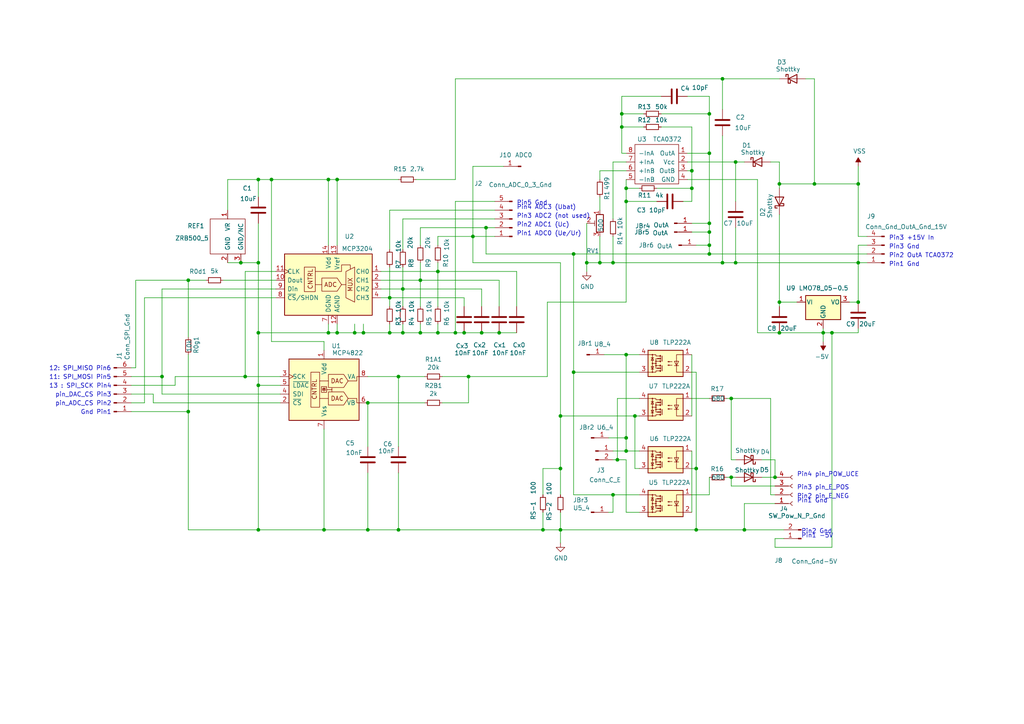
<source format=kicad_sch>
(kicad_sch (version 20231120) (generator "eeschema") (generator_version "8.0")
  (paper "A4")
  (lib_symbols
    (symbol "Analog_ADC:MCP3204" (pin_names (offset 0.762))
      (property "Reference" "U" (at -5.08 10.795 0))
      (property "Value" "MCP3204" (at -5.08 8.89 0))
      (symbol "MCP3204_0_0"
        (text "ADC" (at -0.635 -1.27 0) (effects (font (size 1.27 1.27))))
        (text "CNTRL" (at 5.969 -2.667 900) (effects (font (size 1.27 1.27)) (justify left bottom)))
        (text "MUX" (at -6.35 -1.27 900) (effects (font (size 1.27 1.27))))
      )
      (symbol "MCP3204_1_1"
        (pin input line (at -15.24 2.54 0) (length 2.54) (name "CH0") (number "1"))
        (pin output line (at 15.24 0 180) (length 2.54) (name "Dout") (number "10"))
        (pin input clock (at 15.24 2.54 180) (length 2.54) (name "CLK") (number "11"))
        (pin power_in line (at -2.54 -12.7 90) (length 2.54) (name "AGND") (number "12"))
        (pin power_in line (at -2.54 10.16 270) (length 2.54) (name "Vref") (number "13"))
        (pin power_in line (at 0 10.16 270) (length 2.54) (name "Vdd") (number "14"))
        (pin input line (at -15.24 0 0) (length 2.54) (name "CH1") (number "2"))
        (pin input line (at -15.24 -2.54 0) (length 2.54) (name "CH2") (number "3"))
        (pin input line (at -15.24 -5.08 0) (length 2.54) (name "CH3") (number "4"))
        (pin no_connect line (at -10.16 -12.7 90) (length 2.54) hide (name "NC") (number "5"))
        (pin no_connect line (at -7.62 -12.7 90) (length 2.54) hide (name "NC") (number "6"))
        (pin power_in line (at 0 -12.7 90) (length 2.54) (name "DGND") (number "7"))
        (pin input line (at 15.24 -5.08 180) (length 2.54) (name "~{CS}/SHDN") (number "8"))
        (pin input line (at 15.24 -2.54 180) (length 2.54) (name "Din") (number "9"))
      )
    )
    (symbol "Analog_DAC:MCP4822" (pin_names (offset 1.016))
      (property "Reference" "U" (at -2.54 10.795 0))
      (property "Value" "MCP4822" (at -2.54 8.89 0))
      (symbol "MCP4822_0_0"
        (text "CNTRL" (at -2.032 -4.191 900) (effects (font (size 1.27 1.27)) (justify left bottom)))
        (text "DAC" (at 3.81 -3.81 0) (effects (font (size 1.27 1.27))))
        (text "DAC" (at 3.81 1.27 0) (effects (font (size 1.27 1.27))))
      )
      (symbol "MCP4822_1_1"
        (pin power_in line (at 0 10.16 270) (length 2.54) (name "Vdd") (number "1"))
        (pin input line (at -12.7 -5.08 0) (length 2.54) (name "~{CS}") (number "2"))
        (pin input clock (at -12.7 2.54 0) (length 2.54) (name "SCK") (number "3"))
        (pin input line (at -12.7 -2.54 0) (length 2.54) (name "SDI") (number "4"))
        (pin input line (at -12.7 0 0) (length 2.54) (name "~{LDAC}") (number "5"))
        (pin output line (at 12.7 -5.08 180) (length 2.54) (name "VB") (number "6"))
        (pin power_in line (at 0 -12.7 90) (length 2.54) (name "Vss") (number "7"))
        (pin output line (at 12.7 2.54 180) (length 2.54) (name "VA") (number "8"))
      )
    )
    (symbol "Connector:Conn_01x01_Male" (pin_names (offset 1.016) hide)
      (property "Reference" "J" (at 0 2.54 0))
      (property "Value" "Conn_01x01_Male" (at 0 -2.54 0))
      (symbol "Conn_01x01_Male_1_1"
        (pin passive line (at 5.08 0 180) (length 3.81) (name "Pin_1") (number "1"))
      )
    )
    (symbol "Connector:Conn_01x02_Male" (pin_names (offset 1.016) hide)
      (property "Reference" "J" (at 0 2.54 0))
      (property "Value" "Conn_01x02_Male" (at 0 -5.08 0))
      (symbol "Conn_01x02_Male_1_1"
        (pin passive line (at 5.08 0 180) (length 3.81) (name "Pin_1") (number "1"))
        (pin passive line (at 5.08 -2.54 180) (length 3.81) (name "Pin_2") (number "2"))
      )
    )
    (symbol "Connector:Conn_01x04_Female" (pin_names (offset 1.016) hide)
      (property "Reference" "J" (at 0 5.08 0))
      (property "Value" "Conn_01x04_Female" (at 0 -7.62 0))
      (symbol "Conn_01x04_Female_1_1"
        (pin passive line (at -5.08 2.54 0) (length 3.81) (name "Pin_1") (number "1"))
        (pin passive line (at -5.08 0 0) (length 3.81) (name "Pin_2") (number "2"))
        (pin passive line (at -5.08 -2.54 0) (length 3.81) (name "Pin_3") (number "3"))
        (pin passive line (at -5.08 -5.08 0) (length 3.81) (name "Pin_4") (number "4"))
      )
    )
    (symbol "Connector:Conn_01x04_Male" (pin_names (offset 1.016) hide)
      (property "Reference" "J" (at 0 5.08 0))
      (property "Value" "Conn_01x04_Male" (at 0 -7.62 0))
      (symbol "Conn_01x04_Male_1_1"
        (pin passive line (at 5.08 2.54 180) (length 3.81) (name "Pin_1") (number "1"))
        (pin passive line (at 5.08 0 180) (length 3.81) (name "Pin_2") (number "2"))
        (pin passive line (at 5.08 -2.54 180) (length 3.81) (name "Pin_3") (number "3"))
        (pin passive line (at 5.08 -5.08 180) (length 3.81) (name "Pin_4") (number "4"))
      )
    )
    (symbol "Connector:Conn_01x05_Male" (pin_names (offset 1.016) hide)
      (property "Reference" "J" (at 0 7.62 0))
      (property "Value" "Conn_01x05_Male" (at 0 -7.62 0))
      (symbol "Conn_01x05_Male_1_1"
        (pin passive line (at 5.08 5.08 180) (length 3.81) (name "Pin_1") (number "1"))
        (pin passive line (at 5.08 2.54 180) (length 3.81) (name "Pin_2") (number "2"))
        (pin passive line (at 5.08 0 180) (length 3.81) (name "Pin_3") (number "3"))
        (pin passive line (at 5.08 -2.54 180) (length 3.81) (name "Pin_4") (number "4"))
        (pin passive line (at 5.08 -5.08 180) (length 3.81) (name "Pin_5") (number "5"))
      )
    )
    (symbol "Connector:Conn_01x06_Male" (pin_names (offset 1.016) hide)
      (property "Reference" "J" (at 0 7.62 0))
      (property "Value" "Conn_01x06_Male" (at 0 -10.16 0))
      (symbol "Conn_01x06_Male_1_1"
        (pin passive line (at 5.08 5.08 180) (length 3.81) (name "Pin_1") (number "1"))
        (pin passive line (at 5.08 2.54 180) (length 3.81) (name "Pin_2") (number "2"))
        (pin passive line (at 5.08 0 180) (length 3.81) (name "Pin_3") (number "3"))
        (pin passive line (at 5.08 -2.54 180) (length 3.81) (name "Pin_4") (number "4"))
        (pin passive line (at 5.08 -5.08 180) (length 3.81) (name "Pin_5") (number "5"))
        (pin passive line (at 5.08 -7.62 180) (length 3.81) (name "Pin_6") (number "6"))
      )
    )
    (symbol "Device:C" (pin_numbers hide) (pin_names (offset 0.254))
      (property "Reference" "C" (at 0.635 2.54 0))
      (property "Value" "C" (at 0.635 -2.54 0))
      (symbol "C_1_1"
        (pin passive line (at 0 3.81 270) (length 2.794) (name "~") (number "1"))
        (pin passive line (at 0 -3.81 90) (length 2.794) (name "~") (number "2"))
      )
    )
    (symbol "Device:D_Schottky" (pin_numbers hide) (pin_names (offset 1.016) hide)
      (property "Reference" "D" (at 0 2.54 0))
      (property "Value" "D_Schottky" (at 0 -2.54 0))
      (symbol "D_Schottky_1_1"
        (pin passive line (at -3.81 0 0) (length 2.54) (name "K") (number "1"))
        (pin passive line (at 3.81 0 180) (length 2.54) (name "A") (number "2"))
      )
    )
    (symbol "Device:R_Small" (pin_numbers hide) (pin_names (offset 0.254) hide)
      (property "Reference" "R" (at 0.762 0.508 0))
      (property "Value" "R_Small" (at 0.762 -1.016 0))
      (symbol "R_Small_1_1"
        (pin passive line (at 0 2.54 270) (length 0.762) (name "~") (number "1"))
        (pin passive line (at 0 -2.54 90) (length 0.762) (name "~") (number "2"))
      )
    )
    (symbol "PolSwitch_4-rescue:R_POT_TRIM-Device" (pin_names (offset 1.016) hide)
      (property "Reference" "RV" (at -4.445 0 90))
      (property "Value" "R_POT_TRIM-Device" (at -2.54 0 90))
      (symbol "R_POT_TRIM-Device_1_1"
        (pin passive line (at 0 3.81 270) (length 1.27) (name "1") (number "1"))
        (pin passive line (at 3.81 0 180) (length 1.27) (name "2") (number "2"))
        (pin passive line (at 0 -3.81 90) (length 1.27) (name "3") (number "3"))
      )
    )
    (symbol "PolSwitch_4-rescue:TCA0372-kalle" (pin_names (offset 1.016))
      (property "Reference" "U" (at -1.27 3.81 0))
      (property "Value" "TCA0372-kalle" (at -1.27 1.27 0))
      (symbol "TCA0372-kalle_1_1"
        (pin output line (at 7.62 -2.54 180) (length 2.54) (name "OutA") (number "1"))
        (pin input line (at 7.62 -5.08 180) (length 2.54) (name "Vcc") (number "2"))
        (pin output line (at 7.62 -7.62 180) (length 2.54) (name "OutB") (number "3"))
        (pin output line (at 7.62 -10.16 180) (length 2.54) (name "GND") (number "4"))
        (pin input line (at -10.16 -10.16 0) (length 2.54) (name "-InB") (number "5"))
        (pin input line (at -10.16 -7.62 0) (length 2.54) (name "+InB") (number "6"))
        (pin input line (at -10.16 -5.08 0) (length 2.54) (name "+InA") (number "7"))
        (pin input line (at -10.16 -2.54 0) (length 2.54) (name "-InA") (number "8"))
      )
    )
    (symbol "PolSwitch_4-rescue:ZRB500_5-kalle" (pin_names (offset 1.016))
      (property "Reference" "U" (at 0 1.27 0))
      (property "Value" "ZRB500_5-kalle" (at 1.27 -1.27 0))
      (symbol "ZRB500_5-kalle_1_1"
        (pin input line (at 7.62 -2.54 270) (length 2.54) (name "VR") (number "1"))
        (pin output line (at 7.62 -17.78 90) (length 2.54) (name "GND") (number "2"))
        (pin output line (at 11.43 -17.78 90) (length 2.54) (name "GND/NC") (number "3"))
      )
    )
    (symbol "Regulator_Linear:LM78M05_TO220" (pin_names (offset 0.254))
      (property "Reference" "U" (at -3.81 3.175 0))
      (property "Value" "LM78M05_TO220" (at 0 3.175 0))
      (symbol "LM78M05_TO220_1_1"
        (pin power_in line (at -7.62 0 0) (length 2.54) (name "VI") (number "1"))
        (pin power_in line (at 0 -7.62 90) (length 2.54) (name "GND") (number "2"))
        (pin power_out line (at 7.62 0 180) (length 2.54) (name "VO") (number "3"))
      )
    )
    (symbol "Relay_SolidState:TLP222A"
      (property "Reference" "U" (at -5.08 5.08 0))
      (property "Value" "TLP222A" (at 0 5.08 0))
      (symbol "TLP222A_1_1"
        (pin passive line (at -7.62 2.54 0) (length 2.54) (name "~") (number "1"))
        (pin passive line (at -7.62 -2.54 0) (length 2.54) (name "~") (number "2"))
        (pin passive line (at 7.62 -2.54 180) (length 2.54) (name "~") (number "3"))
        (pin passive line (at 7.62 2.54 180) (length 2.54) (name "~") (number "4"))
      )
    )
    (symbol "power:-5V" (power) (pin_names (offset 0))
      (property "Value" "-5V" (at 0 3.81 0))
      (symbol "-5V_0_0"
        (pin power_in line (at 0 0 90) (length 0) hide (name "-5V") (number "1"))
      )
    )
    (symbol "power:GND" (power) (pin_names (offset 0))
      (property "Value" "GND" (at 0 -3.81 0))
      (symbol "GND_1_1"
        (pin power_in line (at 0 0 270) (length 0) hide (name "GND") (number "1"))
      )
    )
    (symbol "power:VSS" (power) (pin_names (offset 0))
      (property "Value" "VSS" (at 0 3.81 0))
      (symbol "VSS_1_1"
        (pin power_in line (at 0 0 90) (length 0) hide (name "VSS") (number "1"))
      )
    )
  )
  (junction (at 226.06 87.63))
  (junction (at 95.25 96.52))
  (junction (at 241.3 96.52))
  (junction (at 69.85 76.2))
  (junction (at 74.93 111.76))
  (junction (at 236.22 53.34))
  (junction (at 97.79 52.07))
  (junction (at 201.93 135.89))
  (junction (at 134.62 96.52))
  (junction (at 226.06 53.34))
  (junction (at 166.37 107.95))
  (junction (at 140.97 66.04))
  (junction (at 97.79 96.52))
  (junction (at 212.09 138.43))
  (junction (at 181.61 127))
  (junction (at 135.89 109.22))
  (junction (at 209.55 76.2))
  (junction (at 205.74 64.77))
  (junction (at 162.56 135.89))
  (junction (at 205.74 33.02))
  (junction (at 177.8 76.2))
  (junction (at 54.61 119.38))
  (junction (at 144.78 96.52))
  (junction (at 54.61 81.28))
  (junction (at 127 96.52))
  (junction (at 102.87 96.52))
  (junction (at 209.55 22.86))
  (junction (at 180.34 36.83))
  (junction (at 181.61 58.42))
  (junction (at 74.93 76.2))
  (junction (at 74.93 52.07))
  (junction (at 106.68 153.67))
  (junction (at 212.09 115.57))
  (junction (at 113.03 86.36))
  (junction (at 113.03 96.52))
  (junction (at 248.92 53.34))
  (junction (at 116.84 96.52))
  (junction (at 180.34 33.02))
  (junction (at 177.8 143.51))
  (junction (at 157.48 153.67))
  (junction (at 71.12 109.22))
  (junction (at 200.66 49.53))
  (junction (at 93.98 153.67))
  (junction (at 115.57 109.22))
  (junction (at 162.56 120.65))
  (junction (at 248.92 87.63))
  (junction (at 181.61 102.87))
  (junction (at 179.07 133.35))
  (junction (at 173.99 76.2))
  (junction (at 205.74 44.45))
  (junction (at 74.93 96.52))
  (junction (at 121.92 81.28))
  (junction (at 162.56 153.67))
  (junction (at 213.36 46.99))
  (junction (at 215.9 153.67))
  (junction (at 205.74 71.12))
  (junction (at 95.25 52.07))
  (junction (at 205.74 73.66))
  (junction (at 224.79 138.43))
  (junction (at 132.08 96.52))
  (junction (at 201.93 153.67))
  (junction (at 46.99 109.22))
  (junction (at 116.84 83.82))
  (junction (at 184.15 120.65))
  (junction (at 181.61 130.81))
  (junction (at 170.18 76.2))
  (junction (at 226.06 96.52))
  (junction (at 105.41 96.52))
  (junction (at 121.92 96.52))
  (junction (at 248.92 76.2))
  (junction (at 115.57 153.67))
  (junction (at 213.36 76.2))
  (junction (at 200.66 54.61))
  (junction (at 74.93 153.67))
  (junction (at 127 78.74))
  (junction (at 78.74 52.07))
  (junction (at 106.68 116.84))
  (junction (at 181.61 54.61))
  (junction (at 205.74 67.31))
  (junction (at 137.16 68.58))
  (junction (at 139.7 96.52))
  (junction (at 166.37 73.66))
  (junction (at 238.76 96.52))
  (wire (pts (xy 180.34 44.45) (xy 181.61 44.45)))
  (wire (pts (xy 143.51 60.96) (xy 113.03 60.96)))
  (wire (pts (xy 78.74 52.07) (xy 78.74 99.06)))
  (wire (pts (xy 121.92 66.04) (xy 121.92 71.12)))
  (wire (pts (xy 179.07 115.57) (xy 185.42 115.57)))
  (wire (pts (xy 46.99 114.3) (xy 81.28 114.3)))
  (wire (pts (xy 209.55 22.86) (xy 226.06 22.86)))
  (wire (pts (xy 248.92 71.12) (xy 251.46 71.12)))
  (wire (pts (xy 179.07 133.35) (xy 181.61 133.35)))
  (wire (pts (xy 181.61 49.53) (xy 173.99 49.53)))
  (wire (pts (xy 200.66 67.31) (xy 205.74 67.31)))
  (wire (pts (xy 162.56 76.2) (xy 162.56 120.65)))
  (wire (pts (xy 248.92 53.34) (xy 248.92 68.58)))
  (wire (pts (xy 226.06 54.61) (xy 226.06 53.34)))
  (wire (pts (xy 190.5 58.42) (xy 181.61 58.42)))
  (wire (pts (xy 180.34 36.83) (xy 186.69 36.83)))
  (wire (pts (xy 115.57 153.67) (xy 106.68 153.67)))
  (wire (pts (xy 166.37 107.95) (xy 185.42 107.95)))
  (wire (pts (xy 38.1 116.84) (xy 41.91 116.84)))
  (wire (pts (xy 64.77 81.28) (xy 80.01 81.28)))
  (wire (pts (xy 220.98 133.35) (xy 224.79 133.35)))
  (wire (pts (xy 66.04 76.2) (xy 69.85 76.2)))
  (wire (pts (xy 224.79 146.05) (xy 215.9 146.05)))
  (wire (pts (xy 157.48 135.89) (xy 162.56 135.89)))
  (wire (pts (xy 173.99 68.58) (xy 173.99 76.2)))
  (wire (pts (xy 236.22 22.86) (xy 236.22 53.34)))
  (wire (pts (xy 46.99 83.82) (xy 80.01 83.82)))
  (wire (pts (xy 199.39 46.99) (xy 213.36 46.99)))
  (wire (pts (xy 180.34 36.83) (xy 180.34 44.45)))
  (wire (pts (xy 39.37 81.28) (xy 54.61 81.28)))
  (wire (pts (xy 39.37 106.68) (xy 39.37 81.28)))
  (wire (pts (xy 212.09 115.57) (xy 223.52 115.57)))
  (wire (pts (xy 121.92 66.04) (xy 140.97 66.04)))
  (wire (pts (xy 224.79 156.21) (xy 224.79 158.75)))
  (wire (pts (xy 201.93 153.67) (xy 215.9 153.67)))
  (wire (pts (xy 201.93 71.12) (xy 205.74 71.12)))
  (wire (pts (xy 181.61 130.81) (xy 185.42 130.81)))
  (wire (pts (xy 106.68 116.84) (xy 123.19 116.84)))
  (wire (pts (xy 116.84 83.82) (xy 116.84 77.47)))
  (wire (pts (xy 143.51 58.42) (xy 132.08 58.42)))
  (wire (pts (xy 177.8 68.58) (xy 177.8 76.2)))
  (wire (pts (xy 127 96.52) (xy 132.08 96.52)))
  (wire (pts (xy 179.07 115.57) (xy 179.07 133.35)))
  (wire (pts (xy 238.76 96.52) (xy 226.06 96.52)))
  (wire (pts (xy 223.52 143.51) (xy 224.79 143.51)))
  (wire (pts (xy 137.16 48.26) (xy 137.16 68.58)))
  (wire (pts (xy 113.03 86.36) (xy 113.03 88.9)))
  (wire (pts (xy 226.06 62.23) (xy 226.06 87.63)))
  (wire (pts (xy 144.78 96.52) (xy 149.86 96.52)))
  (wire (pts (xy 198.12 58.42) (xy 200.66 58.42)))
  (wire (pts (xy 212.09 115.57) (xy 212.09 133.35)))
  (wire (pts (xy 54.61 102.87) (xy 54.61 119.38)))
  (wire (pts (xy 199.39 44.45) (xy 205.74 44.45)))
  (wire (pts (xy 190.5 54.61) (xy 200.66 54.61)))
  (wire (pts (xy 106.68 109.22) (xy 115.57 109.22)))
  (wire (pts (xy 115.57 137.16) (xy 115.57 153.67)))
  (wire (pts (xy 38.1 109.22) (xy 46.99 109.22)))
  (wire (pts (xy 110.49 78.74) (xy 127 78.74)))
  (wire (pts (xy 71.12 109.22) (xy 81.28 109.22)))
  (wire (pts (xy 212.09 138.43) (xy 213.36 138.43)))
  (wire (pts (xy 121.92 93.98) (xy 121.92 96.52)))
  (wire (pts (xy 200.66 54.61) (xy 200.66 58.42)))
  (wire (pts (xy 121.92 81.28) (xy 121.92 88.9)))
  (wire (pts (xy 176.53 148.59) (xy 177.8 148.59)))
  (wire (pts (xy 205.74 71.12) (xy 205.74 73.66)))
  (wire (pts (xy 199.39 27.94) (xy 205.74 27.94)))
  (wire (pts (xy 127 68.58) (xy 137.16 68.58)))
  (wire (pts (xy 74.93 111.76) (xy 74.93 153.67)))
  (wire (pts (xy 180.34 33.02) (xy 180.34 36.83)))
  (wire (pts (xy 181.61 102.87) (xy 181.61 127)))
  (wire (pts (xy 185.42 54.61) (xy 181.61 54.61)))
  (wire (pts (xy 205.74 73.66) (xy 251.46 73.66)))
  (wire (pts (xy 162.56 153.67) (xy 201.93 153.67)))
  (wire (pts (xy 177.8 46.99) (xy 181.61 46.99)))
  (wire (pts (xy 149.86 78.74) (xy 149.86 88.9)))
  (wire (pts (xy 180.34 27.94) (xy 191.77 27.94)))
  (wire (pts (xy 113.03 86.36) (xy 113.03 77.47)))
  (wire (pts (xy 209.55 39.37) (xy 209.55 76.2)))
  (wire (pts (xy 209.55 76.2) (xy 213.36 76.2)))
  (wire (pts (xy 166.37 107.95) (xy 166.37 143.51)))
  (wire (pts (xy 144.78 81.28) (xy 144.78 88.9)))
  (wire (pts (xy 200.66 135.89) (xy 201.93 135.89)))
  (wire (pts (xy 38.1 114.3) (xy 44.45 114.3)))
  (wire (pts (xy 74.93 57.15) (xy 74.93 52.07)))
  (wire (pts (xy 248.92 96.52) (xy 248.92 95.25)))
  (wire (pts (xy 140.97 66.04) (xy 143.51 66.04)))
  (wire (pts (xy 106.68 153.67) (xy 93.98 153.67)))
  (wire (pts (xy 200.66 107.95) (xy 201.93 107.95)))
  (wire (pts (xy 184.15 135.89) (xy 185.42 135.89)))
  (wire (pts (xy 106.68 137.16) (xy 106.68 153.67)))
  (wire (pts (xy 135.89 109.22) (xy 158.75 109.22)))
  (wire (pts (xy 116.84 63.5) (xy 116.84 72.39)))
  (wire (pts (xy 181.61 102.87) (xy 185.42 102.87)))
  (wire (pts (xy 134.62 86.36) (xy 134.62 88.9)))
  (wire (pts (xy 226.06 46.99) (xy 226.06 53.34)))
  (wire (pts (xy 74.93 111.76) (xy 81.28 111.76)))
  (wire (pts (xy 227.33 156.21) (xy 224.79 156.21)))
  (wire (pts (xy 116.84 96.52) (xy 121.92 96.52)))
  (wire (pts (xy 127 78.74) (xy 127 88.9)))
  (wire (pts (xy 200.66 49.53) (xy 199.39 49.53)))
  (wire (pts (xy 170.18 76.2) (xy 170.18 64.77)))
  (wire (pts (xy 93.98 124.46) (xy 93.98 153.67)))
  (wire (pts (xy 128.27 116.84) (xy 135.89 116.84)))
  (wire (pts (xy 50.8 111.76) (xy 50.8 109.22)))
  (wire (pts (xy 181.61 130.81) (xy 177.8 130.81)))
  (wire (pts (xy 200.66 102.87) (xy 200.66 120.65)))
  (wire (pts (xy 121.92 81.28) (xy 144.78 81.28)))
  (wire (pts (xy 38.1 119.38) (xy 54.61 119.38)))
  (wire (pts (xy 213.36 76.2) (xy 248.92 76.2)))
  (wire (pts (xy 74.93 52.07) (xy 78.74 52.07)))
  (wire (pts (xy 158.75 87.63) (xy 181.61 87.63)))
  (wire (pts (xy 120.65 52.07) (xy 132.08 52.07)))
  (wire (pts (xy 162.56 153.67) (xy 162.56 157.48)))
  (wire (pts (xy 137.16 76.2) (xy 162.56 76.2)))
  (wire (pts (xy 241.3 96.52) (xy 241.3 158.75)))
  (wire (pts (xy 173.99 76.2) (xy 177.8 76.2)))
  (wire (pts (xy 116.84 93.98) (xy 116.84 96.52)))
  (wire (pts (xy 200.66 115.57) (xy 205.74 115.57)))
  (wire (pts (xy 213.36 46.99) (xy 213.36 58.42)))
  (wire (pts (xy 200.66 130.81) (xy 200.66 148.59)))
  (wire (pts (xy 181.61 133.35) (xy 181.61 148.59)))
  (wire (pts (xy 181.61 54.61) (xy 181.61 58.42)))
  (wire (pts (xy 74.93 76.2) (xy 74.93 96.52)))
  (wire (pts (xy 223.52 115.57) (xy 223.52 143.51)))
  (wire (pts (xy 177.8 46.99) (xy 177.8 63.5)))
  (wire (pts (xy 140.97 73.66) (xy 166.37 73.66)))
  (wire (pts (xy 248.92 76.2) (xy 248.92 87.63)))
  (wire (pts (xy 176.53 127) (xy 181.61 127)))
  (wire (pts (xy 223.52 46.99) (xy 226.06 46.99)))
  (wire (pts (xy 66.04 52.07) (xy 74.93 52.07)))
  (wire (pts (xy 97.79 93.98) (xy 97.79 96.52)))
  (wire (pts (xy 248.92 76.2) (xy 248.92 71.12)))
  (wire (pts (xy 113.03 60.96) (xy 113.03 72.39)))
  (wire (pts (xy 97.79 96.52) (xy 102.87 96.52)))
  (wire (pts (xy 41.91 86.36) (xy 80.01 86.36)))
  (wire (pts (xy 212.09 140.97) (xy 224.79 140.97)))
  (wire (pts (xy 236.22 53.34) (xy 248.92 53.34)))
  (wire (pts (xy 238.76 99.06) (xy 238.76 96.52)))
  (wire (pts (xy 38.1 111.76) (xy 50.8 111.76)))
  (wire (pts (xy 219.71 96.52) (xy 226.06 96.52)))
  (wire (pts (xy 184.15 120.65) (xy 185.42 120.65)))
  (wire (pts (xy 199.39 52.07) (xy 219.71 52.07)))
  (wire (pts (xy 184.15 120.65) (xy 184.15 135.89)))
  (wire (pts (xy 181.61 52.07) (xy 181.61 54.61)))
  (wire (pts (xy 132.08 58.42) (xy 132.08 96.52)))
  (wire (pts (xy 113.03 86.36) (xy 134.62 86.36)))
  (wire (pts (xy 205.74 33.02) (xy 205.74 44.45)))
  (wire (pts (xy 226.06 87.63) (xy 231.14 87.63)))
  (wire (pts (xy 215.9 153.67) (xy 227.33 153.67)))
  (wire (pts (xy 74.93 76.2) (xy 74.93 64.77)))
  (wire (pts (xy 213.36 46.99) (xy 215.9 46.99)))
  (wire (pts (xy 110.49 81.28) (xy 121.92 81.28)))
  (wire (pts (xy 210.82 138.43) (xy 212.09 138.43)))
  (wire (pts (xy 115.57 109.22) (xy 123.19 109.22)))
  (wire (pts (xy 105.41 93.98) (xy 105.41 96.52)))
  (wire (pts (xy 46.99 109.22) (xy 46.99 114.3)))
  (wire (pts (xy 175.26 102.87) (xy 181.61 102.87)))
  (wire (pts (xy 248.92 53.34) (xy 248.92 48.26)))
  (wire (pts (xy 213.36 133.35) (xy 212.09 133.35)))
  (wire (pts (xy 139.7 88.9) (xy 139.7 83.82)))
  (wire (pts (xy 180.34 27.94) (xy 180.34 33.02)))
  (wire (pts (xy 41.91 86.36) (xy 41.91 116.84)))
  (wire (pts (xy 128.27 109.22) (xy 135.89 109.22)))
  (wire (pts (xy 127 71.12) (xy 127 68.58)))
  (wire (pts (xy 116.84 83.82) (xy 139.7 83.82)))
  (wire (pts (xy 137.16 68.58) (xy 137.16 76.2)))
  (wire (pts (xy 137.16 68.58) (xy 143.51 68.58)))
  (wire (pts (xy 137.16 48.26) (xy 146.05 48.26)))
  (wire (pts (xy 238.76 96.52) (xy 241.3 96.52)))
  (wire (pts (xy 115.57 52.07) (xy 97.79 52.07)))
  (wire (pts (xy 205.74 27.94) (xy 205.74 33.02)))
  (wire (pts (xy 162.56 120.65) (xy 184.15 120.65)))
  (wire (pts (xy 200.66 49.53) (xy 200.66 36.83)))
  (wire (pts (xy 74.93 96.52) (xy 74.93 111.76)))
  (wire (pts (xy 166.37 143.51) (xy 177.8 143.51)))
  (wire (pts (xy 121.92 96.52) (xy 127 96.52)))
  (wire (pts (xy 201.93 135.89) (xy 201.93 153.67)))
  (wire (pts (xy 213.36 66.04) (xy 213.36 76.2)))
  (wire (pts (xy 162.56 148.59) (xy 162.56 153.67)))
  (wire (pts (xy 44.45 114.3) (xy 44.45 116.84)))
  (wire (pts (xy 127 96.52) (xy 127 93.98)))
  (wire (pts (xy 121.92 81.28) (xy 121.92 76.2)))
  (wire (pts (xy 248.92 68.58) (xy 251.46 68.58)))
  (wire (pts (xy 166.37 73.66) (xy 166.37 107.95)))
  (wire (pts (xy 93.98 99.06) (xy 93.98 101.6)))
  (wire (pts (xy 140.97 66.04) (xy 140.97 73.66)))
  (wire (pts (xy 38.1 106.68) (xy 39.37 106.68)))
  (wire (pts (xy 110.49 86.36) (xy 113.03 86.36)))
  (wire (pts (xy 200.66 143.51) (xy 205.74 143.51)))
  (wire (pts (xy 209.55 31.75) (xy 209.55 22.86)))
  (wire (pts (xy 113.03 96.52) (xy 113.03 93.98)))
  (wire (pts (xy 177.8 76.2) (xy 209.55 76.2)))
  (wire (pts (xy 71.12 78.74) (xy 71.12 109.22)))
  (wire (pts (xy 54.61 81.28) (xy 59.69 81.28)))
  (wire (pts (xy 54.61 81.28) (xy 54.61 97.79)))
  (wire (pts (xy 181.61 127) (xy 181.61 130.81)))
  (wire (pts (xy 166.37 73.66) (xy 205.74 73.66)))
  (wire (pts (xy 191.77 33.02) (xy 205.74 33.02)))
  (wire (pts (xy 139.7 96.52) (xy 144.78 96.52)))
  (wire (pts (xy 219.71 52.07) (xy 219.71 96.52)))
  (wire (pts (xy 205.74 44.45) (xy 205.74 64.77)))
  (wire (pts (xy 102.87 93.98) (xy 102.87 96.52)))
  (wire (pts (xy 134.62 96.52) (xy 139.7 96.52)))
  (wire (pts (xy 215.9 146.05) (xy 215.9 153.67)))
  (wire (pts (xy 54.61 119.38) (xy 54.61 153.67)))
  (wire (pts (xy 177.8 143.51) (xy 185.42 143.51)))
  (wire (pts (xy 95.25 52.07) (xy 97.79 52.07)))
  (wire (pts (xy 224.79 133.35) (xy 224.79 138.43)))
  (wire (pts (xy 46.99 83.82) (xy 46.99 109.22)))
  (wire (pts (xy 173.99 57.15) (xy 173.99 60.96)))
  (wire (pts (xy 205.74 143.51) (xy 205.74 138.43)))
  (wire (pts (xy 106.68 129.54) (xy 106.68 116.84)))
  (wire (pts (xy 50.8 109.22) (xy 71.12 109.22)))
  (wire (pts (xy 226.06 87.63) (xy 226.06 88.9)))
  (wire (pts (xy 212.09 138.43) (xy 212.09 140.97)))
  (wire (pts (xy 186.69 33.02) (xy 180.34 33.02)))
  (wire (pts (xy 162.56 135.89) (xy 162.56 143.51)))
  (wire (pts (xy 157.48 148.59) (xy 157.48 153.67)))
  (wire (pts (xy 102.87 96.52) (xy 105.41 96.52)))
  (wire (pts (xy 170.18 76.2) (xy 170.18 78.74)))
  (wire (pts (xy 66.04 52.07) (xy 66.04 60.96)))
  (wire (pts (xy 115.57 109.22) (xy 115.57 129.54)))
  (wire (pts (xy 173.99 49.53) (xy 173.99 52.07)))
  (wire (pts (xy 157.48 153.67) (xy 162.56 153.67)))
  (wire (pts (xy 177.8 133.35) (xy 179.07 133.35)))
  (wire (pts (xy 132.08 22.86) (xy 132.08 52.07)))
  (wire (pts (xy 246.38 87.63) (xy 248.92 87.63)))
  (wire (pts (xy 110.49 83.82) (xy 116.84 83.82)))
  (wire (pts (xy 113.03 96.52) (xy 116.84 96.52)))
  (wire (pts (xy 105.41 96.52) (xy 113.03 96.52)))
  (wire (pts (xy 210.82 115.57) (xy 212.09 115.57)))
  (wire (pts (xy 241.3 158.75) (xy 224.79 158.75)))
  (wire (pts (xy 200.66 64.77) (xy 205.74 64.77)))
  (wire (pts (xy 157.48 143.51) (xy 157.48 135.89)))
  (wire (pts (xy 95.25 96.52) (xy 97.79 96.52)))
  (wire (pts (xy 78.74 52.07) (xy 95.25 52.07)))
  (wire (pts (xy 44.45 116.84) (xy 81.28 116.84)))
  (wire (pts (xy 74.93 153.67) (xy 54.61 153.67)))
  (wire (pts (xy 241.3 96.52) (xy 248.92 96.52)))
  (wire (pts (xy 74.93 96.52) (xy 95.25 96.52)))
  (wire (pts (xy 127 78.74) (xy 127 76.2)))
  (wire (pts (xy 116.84 63.5) (xy 143.51 63.5)))
  (wire (pts (xy 115.57 153.67) (xy 157.48 153.67)))
  (wire (pts (xy 162.56 120.65) (xy 162.56 135.89)))
  (wire (pts (xy 233.68 22.86) (xy 236.22 22.86)))
  (wire (pts (xy 220.98 138.43) (xy 224.79 138.43)))
  (wire (pts (xy 248.92 76.2) (xy 251.46 76.2)))
  (wire (pts (xy 78.74 99.06) (xy 93.98 99.06)))
  (wire (pts (xy 170.18 76.2) (xy 173.99 76.2)))
  (wire (pts (xy 71.12 78.74) (xy 80.01 78.74)))
  (wire (pts (xy 95.25 93.98) (xy 95.25 96.52)))
  (wire (pts (xy 205.74 64.77) (xy 205.74 67.31)))
  (wire (pts (xy 177.8 148.59) (xy 177.8 143.51)))
  (wire (pts (xy 226.06 53.34) (xy 236.22 53.34)))
  (wire (pts (xy 181.61 58.42) (xy 181.61 87.63)))
  (wire (pts (xy 95.25 71.12) (xy 95.25 52.07)))
  (wire (pts (xy 238.76 95.25) (xy 238.76 96.52)))
  (wire (pts (xy 116.84 83.82) (xy 116.84 88.9)))
  (wire (pts (xy 201.93 107.95) (xy 201.93 135.89)))
  (wire (pts (xy 93.98 153.67) (xy 74.93 153.67)))
  (wire (pts (xy 181.61 148.59) (xy 185.42 148.59)))
  (wire (pts (xy 69.85 76.2) (xy 74.93 76.2)))
  (wire (pts (xy 200.66 36.83) (xy 191.77 36.83)))
  (wire (pts (xy 205.74 67.31) (xy 205.74 71.12)))
  (wire (pts (xy 132.08 96.52) (xy 134.62 96.52)))
  (wire (pts (xy 135.89 109.22) (xy 135.89 116.84)))
  (wire (pts (xy 127 78.74) (xy 149.86 78.74)))
  (wire (pts (xy 97.79 52.07) (xy 97.79 71.12)))
  (wire (pts (xy 200.66 49.53) (xy 200.66 54.61)))
  (wire (pts (xy 158.75 87.63) (xy 158.75 109.22)))
  (wire (pts (xy 132.08 22.86) (xy 209.55 22.86)))
  (text "pin_ADC_CS Pin2" (at 16.002 117.856 0) (effects (font (size 1.27 1.27)) (justify left bottom)))
  (text "Pin1 Gnd" (at 231.14 146.05 0) (effects (font (size 1.27 1.27)) (justify left bottom)))
  (text "Pin5 Gnd" (at 149.86 59.69 0) (effects (font (size 1.27 1.27)) (justify left bottom)))
  (text "Gnd Pin1" (at 23.368 120.396 0) (effects (font (size 1.27 1.27)) (justify left bottom)))
  (text "Pin2 pin_E_NEG" (at 231.14 144.78 0) (effects (font (size 1.27 1.27)) (justify left bottom)))
  (text "Pin2 OutA TCA0372" (at 257.81 74.93 0) (effects (font (size 1.27 1.27)) (justify left bottom)))
  (text "Pin4 pin_POW_UCE" (at 231.14 138.43 0) (effects (font (size 1.27 1.27)) (justify left bottom)))
  (text "12: SPI_MISO Pin6" (at 14.224 107.696 0) (effects (font (size 1.27 1.27)) (justify left bottom)))
  (text "Pin2 ADC1 (Uc)" (at 149.86 66.04 0) (effects (font (size 1.27 1.27)) (justify left bottom)))
  (text "pin_DAC_CS Pin3" (at 16.002 115.316 0) (effects (font (size 1.27 1.27)) (justify left bottom)))
  (text "Pin3 pin_E_POS" (at 231.14 142.24 0) (effects (font (size 1.27 1.27)) (justify left bottom)))
  (text "Pin3 ADC2 (not used)" (at 149.86 63.5 0) (effects (font (size 1.27 1.27)) (justify left bottom)))
  (text "Pin2 Gnd" (at 232.41 154.94 0) (effects (font (size 1.27 1.27)) (justify left bottom)))
  (text "Pin1 ADC0 (Ue/Ur)" (at 149.86 68.58 0) (effects (font (size 1.27 1.27)) (justify left bottom)))
  (text "Pin3 +15V In" (at 257.81 69.85 0) (effects (font (size 1.27 1.27)) (justify left bottom)))
  (text "Pin1 -5V" (at 232.41 156.21 0) (effects (font (size 1.27 1.27)) (justify left bottom)))
  (text "Pin3 Gnd" (at 257.81 72.39 0) (effects (font (size 1.27 1.27)) (justify left bottom)))
  (text "11: SPI_MOSI Pin5" (at 14.224 110.236 0) (effects (font (size 1.27 1.27)) (justify left bottom)))
  (text "Pin1 Gnd" (at 257.81 77.47 0) (effects (font (size 1.27 1.27)) (justify left bottom)))
  (text "Pin4 ADC3 (Ubat)" (at 149.86 60.96 0) (effects (font (size 1.27 1.27)) (justify left bottom)))
  (text "13 : SPI_SCK Pin4" (at 14.224 112.776 0) (effects (font (size 1.27 1.27)) (justify left bottom)))
  (symbol (lib_id "Analog_DAC:MCP4822") (at 93.98 111.76 0) (unit 1)
    (property "Reference" "U1" (at 97.536 100.33 0))
    (property "Value" "MCP4822" (at 100.838 102.362 0))
    (property "Footprint" "Package_DIP:DIP-8_W7.62mm_LongPads" (effects (hide yes)))
    (property "Datasheet" "http://ww1.microchip.com/downloads/en/DeviceDoc/20002249B.pdf" (effects (hide yes)))
  )
  (symbol (lib_id "power:GND") (at 162.56 157.48 0) (unit 1)
    (property "Reference" "#PWR0102" (effects (hide yes)))
    (property "Value" "GND" (at 162.687 161.8742 0))
  )
  (symbol (lib_id "PolSwitch_4-rescue:ZRB500_5-kalle") (at 58.42 58.42 0) (unit 1)
    (property "Reference" "REF1" (at 54.356 65.532 0) (effects (justify left)))
    (property "Value" "ZRB500_5" (at 50.8 69.088 0) (effects (justify left)))
    (property "Footprint" "Package_TO_SOT_SMD:SOT-23" (effects (hide yes)))
    (property "Datasheet" "C:\\Users\\kalle\\Documents\\KiCad\\DataSheet\\ZRB500_5V.pdf" (effects (hide yes)))
  )
  (symbol (lib_id "Device:R_Small") (at 125.73 109.22 270) (unit 1)
    (property "Reference" "R1A1" (at 125.73 104.2416 90))
    (property "Value" "20k" (at 125.73 106.553 90))
    (property "Footprint" "Resistor_THT:R_Axial_DIN0207_L6.3mm_D2.5mm_P10.16mm_Horizontal" (effects (hide yes)))
  )
  (symbol (lib_id "Device:R_Small") (at 118.11 52.07 270) (unit 1)
    (property "Reference" "R15" (at 114.046 49.022 90) (effects (justify left)))
    (property "Value" "2.7k" (at 118.872 49.022 90) (effects (justify left)))
    (property "Footprint" "Resistor_THT:R_Axial_DIN0207_L6.3mm_D2.5mm_P10.16mm_Horizontal" (effects (hide yes)))
  )
  (symbol (lib_id "Analog_ADC:MCP3204") (at 95.25 81.28 0) (mirror y) (unit 1)
    (property "Reference" "U2" (at 101.346 68.58 0))
    (property "Value" "MCP3204" (at 103.632 72.136 0))
    (property "Footprint" "Package_DIP:DIP-14_W7.62mm" (effects (hide yes)))
    (property "Datasheet" "http://ww1.microchip.com/downloads/en/DeviceDoc/21298c.pdf" (effects (hide yes)))
  )
  (symbol (lib_id "Device:R_Small") (at 127 73.66 180) (unit 1)
    (property "Reference" "R10" (at 129.286 73.66 90) (effects (justify left)))
    (property "Value" "10k" (at 129.54 69.088 90) (effects (justify left)))
    (property "Footprint" "Resistor_SMD:R_1206_3216Metric_Pad1.30x1.75mm_HandSolder" (effects (hide yes)))
  )
  (symbol (lib_id "PolSwitch_4-rescue:TCA0372-kalle") (at 191.77 41.91 0) (unit 1)
    (property "Reference" "U3" (at 186.182 40.386 0))
    (property "Value" "TCA0372" (at 193.548 40.386 0))
    (property "Footprint" "Package_DIP:DIP-8_W7.62mm_LongPads" (effects (hide yes)))
    (property "Datasheet" "C:\\Users\\kalle\\Documents\\KiCad\\DataSheet\\TCA0372.pdf" (effects (hide yes)))
  )
  (symbol (lib_id "Connector:Conn_01x06_Male") (at 33.02 114.3 0) (mirror x) (unit 1)
    (property "Reference" "J1" (at 34.5948 104.4448 90) (effects (justify right)))
    (property "Value" "Conn_SPI_Gnd" (at 36.9062 104.4448 90) (effects (justify right)))
    (property "Footprint" "Connector_PinHeader_2.54mm:PinHeader_1x06_P2.54mm_Horizontal" (effects (hide yes)))
  )
  (symbol (lib_id "Relay_SolidState:TLP222A") (at 193.04 146.05 0) (mirror y) (unit 1)
    (property "Reference" "U5" (at 189.484 139.954 0))
    (property "Value" "TLP222A" (at 196.088 139.954 0))
    (property "Footprint" "Package_DIP:DIP-4_W7.62mm" (effects (hide yes)))
    (property "Datasheet" "https://toshiba.semicon-storage.com/info/docget.jsp?did=17036&prodName=TLP222A" (effects (hide yes)))
  )
  (symbol (lib_id "Relay_SolidState:TLP222A") (at 193.04 133.35 0) (mirror y) (unit 1)
    (property "Reference" "U6" (at 189.738 127.254 0))
    (property "Value" "TLP222A" (at 196.342 127.254 0))
    (property "Footprint" "Package_DIP:DIP-4_W7.62mm" (effects (hide yes)))
    (property "Datasheet" "https://toshiba.semicon-storage.com/info/docget.jsp?did=17036&prodName=TLP222A" (effects (hide yes)))
  )
  (symbol (lib_id "Device:R_Small") (at 113.03 74.93 180) (unit 1)
    (property "Reference" "R7" (at 115.57 76.708 90))
    (property "Value" "10k" (at 115.57 71.374 90))
    (property "Footprint" "Resistor_SMD:R_1206_3216Metric_Pad1.30x1.75mm_HandSolder" (effects (hide yes)))
  )
  (symbol (lib_id "Device:R_Small") (at 162.56 146.05 180) (unit 1)
    (property "Reference" "RS-2" (at 159.258 148.336 90))
    (property "Value" "100" (at 159.258 141.732 90))
    (property "Footprint" "Resistor_THT:R_Axial_DIN0207_L6.3mm_D2.5mm_P10.16mm_Horizontal" (effects (hide yes)))
  )
  (symbol (lib_id "Device:R_Small") (at 116.84 74.93 180) (unit 1)
    (property "Reference" "R8" (at 119.253 76.327 90))
    (property "Value" "20k" (at 118.999 70.358 90))
    (property "Footprint" "Resistor_SMD:R_1206_3216Metric_Pad1.30x1.75mm_HandSolder" (effects (hide yes)))
  )
  (symbol (lib_id "Device:R_Small") (at 121.92 73.66 180) (unit 1)
    (property "Reference" "R9" (at 124.206 76.327 90))
    (property "Value" "20k" (at 124.079 70.358 90))
    (property "Footprint" "Resistor_SMD:R_1206_3216Metric_Pad1.30x1.75mm_HandSolder" (effects (hide yes)))
  )
  (symbol (lib_id "Device:C") (at 74.93 60.96 0) (unit 1)
    (property "Reference" "C1" (at 70.358 54.61 0) (effects (justify left)))
    (property "Value" "10uF" (at 69.596 57.658 0) (effects (justify left)))
    (property "Footprint" "Capacitor_SMD:C_1210_3225Metric_Pad1.33x2.70mm_HandSolder" (effects (hide yes)))
  )
  (symbol (lib_id "Device:R_Small") (at 116.84 91.44 180) (unit 1)
    (property "Reference" "R4" (at 119.38 93.218 90))
    (property "Value" "10k" (at 119.38 88.9 90))
    (property "Footprint" "Resistor_SMD:R_1206_3216Metric_Pad1.30x1.75mm_HandSolder" (effects (hide yes)))
  )
  (symbol (lib_id "Device:R_Small") (at 113.03 91.44 180) (unit 1)
    (property "Reference" "R3" (at 115.57 93.218 90))
    (property "Value" "10k" (at 115.57 88.9 90))
    (property "Footprint" "Resistor_SMD:R_1206_3216Metric_Pad1.30x1.75mm_HandSolder" (effects (hide yes)))
  )
  (symbol (lib_id "Device:R_Small") (at 177.8 66.04 0) (unit 1)
    (property "Reference" "R14" (at 179.832 71.12 90) (effects (justify left)))
    (property "Value" "10k" (at 179.832 66.548 90) (effects (justify left)))
    (property "Footprint" "Resistor_THT:R_Axial_DIN0207_L6.3mm_D2.5mm_P10.16mm_Horizontal" (effects (hide yes)))
  )
  (symbol (lib_id "Device:C") (at 194.31 58.42 270) (unit 1)
    (property "Reference" "C3" (at 184.658 60.96 90) (effects (justify left)))
    (property "Value" "10pF" (at 188.214 60.96 90) (effects (justify left)))
    (property "Footprint" "Capacitor_THT:C_Axial_L5.1mm_D3.1mm_P7.50mm_Horizontal" (effects (hide yes)))
  )
  (symbol (lib_id "Device:R_Small") (at 208.28 138.43 270) (unit 1)
    (property "Reference" "R16" (at 208.026 136.017 90))
    (property "Value" "680" (at 208.28 138.43 90))
    (property "Footprint" "Resistor_THT:R_Axial_DIN0207_L6.3mm_D2.5mm_P10.16mm_Horizontal" (effects (hide yes)))
  )
  (symbol (lib_id "Device:R_Small") (at 121.92 91.44 180) (unit 1)
    (property "Reference" "R5" (at 124.46 93.218 90))
    (property "Value" "10k" (at 124.46 88.9 90))
    (property "Footprint" "Resistor_SMD:R_1206_3216Metric_Pad1.30x1.75mm_HandSolder" (effects (hide yes)))
  )
  (symbol (lib_id "Device:R_Small") (at 127 91.44 180) (unit 1)
    (property "Reference" "R6" (at 129.54 93.218 90))
    (property "Value" "10k" (at 129.54 88.9 90))
    (property "Footprint" "Resistor_SMD:R_1206_3216Metric_Pad1.30x1.75mm_HandSolder" (effects (hide yes)))
  )
  (symbol (lib_id "Device:C") (at 213.36 62.23 0) (unit 1)
    (property "Reference" "C7" (at 209.804 64.77 0) (effects (justify left)))
    (property "Value" "10uF" (at 213.614 64.77 0) (effects (justify left)))
    (property "Footprint" "Capacitor_SMD:C_1206_3216Metric_Pad1.33x1.80mm_HandSolder" (effects (hide yes)))
  )
  (symbol (lib_id "Device:R_Small") (at 125.73 116.84 270) (unit 1)
    (property "Reference" "R2B1" (at 125.73 111.8616 90))
    (property "Value" "2k" (at 125.73 114.173 90))
    (property "Footprint" "Resistor_THT:R_Axial_DIN0207_L6.3mm_D2.5mm_P10.16mm_Horizontal" (effects (hide yes)))
  )
  (symbol (lib_id "Device:R_Small") (at 187.96 54.61 270) (unit 1)
    (property "Reference" "R11" (at 186.944 56.642 90))
    (property "Value" "4k" (at 191.262 56.642 90))
    (property "Footprint" "Resistor_THT:R_Axial_DIN0207_L6.3mm_D2.5mm_P10.16mm_Horizontal" (effects (hide yes)))
  )
  (symbol (lib_id "power:VSS") (at 248.92 48.26 0) (unit 1)
    (property "Reference" "#PWR02" (effects (hide yes)))
    (property "Value" "VSS" (at 249.301 43.8658 0))
  )
  (symbol (lib_id "Device:D_Schottky") (at 219.71 46.99 0) (unit 1)
    (property "Reference" "D1" (at 217.932 42.164 0) (effects (justify right)))
    (property "Value" "Shottky" (at 221.996 44.196 0) (effects (justify right)))
    (property "Footprint" "Diode_SMD:D_1206_3216Metric_Pad1.42x1.75mm_HandSolder" (effects (hide yes)))
  )
  (symbol (lib_id "Device:C") (at 209.55 35.56 0) (unit 1)
    (property "Reference" "C2" (at 213.36 34.036 0) (effects (justify left)))
    (property "Value" "10uF" (at 213.106 37.084 0) (effects (justify left)))
    (property "Footprint" "Capacitor_SMD:C_1812_4532Metric_Pad1.57x3.40mm_HandSolder" (effects (hide yes)))
  )
  (symbol (lib_id "power:GND") (at 170.18 78.74 0) (unit 1)
    (property "Reference" "#PWR01" (effects (hide yes)))
    (property "Value" "GND" (at 170.307 83.1342 0))
  )
  (symbol (lib_id "Device:C") (at 106.68 133.35 180) (unit 1)
    (property "Reference" "C5" (at 102.87 128.524 0) (effects (justify left)))
    (property "Value" "10nF" (at 105.156 131.318 0) (effects (justify left)))
    (property "Footprint" "Capacitor_SMD:C_1206_3216Metric_Pad1.33x1.80mm_HandSolder" (effects (hide yes)))
  )
  (symbol (lib_id "Device:C") (at 115.57 133.35 180) (unit 1)
    (property "Reference" "C6" (at 113.792 128.778 0) (effects (justify left)))
    (property "Value" "10nF" (at 114.554 130.81 0) (effects (justify left)))
    (property "Footprint" "Capacitor_SMD:C_1206_3216Metric_Pad1.33x1.80mm_HandSolder" (effects (hide yes)))
  )
  (symbol (lib_id "Device:R_Small") (at 157.48 146.05 180) (unit 1)
    (property "Reference" "RS-1" (at 154.686 148.082 90))
    (property "Value" "100" (at 154.686 141.478 90))
    (property "Footprint" "Resistor_THT:R_Axial_DIN0207_L6.3mm_D2.5mm_P10.16mm_Horizontal" (effects (hide yes)))
  )
  (symbol (lib_id "power:-5V") (at 238.76 99.06 180) (unit 1)
    (property "Reference" "#PWR0104" (effects (hide yes)))
    (property "Value" "-5V" (at 238.379 103.4542 0))
  )
  (symbol (lib_id "Connector:Conn_01x02_Male") (at 172.72 130.81 0) (unit 1)
    (property "Reference" "J3" (at 174.244 136.398 0))
    (property "Value" "Conn_C_E" (at 175.514 139.192 0))
    (property "Footprint" "Connector_PinHeader_2.54mm:PinHeader_1x02_P2.54mm_Horizontal" (effects (hide yes)))
  )
  (symbol (lib_id "Connector:Conn_01x05_Male") (at 148.59 63.5 180) (unit 1)
    (property "Reference" "J2" (at 137.541 53.213 0) (effects (justify right)))
    (property "Value" "Conn_ADC_0_3_Gnd" (at 141.732 53.594 0) (effects (justify right)))
    (property "Footprint" "Connector_PinHeader_2.54mm:PinHeader_1x05_P2.54mm_Vertical" (effects (hide yes)))
  )
  (symbol (lib_id "Device:C") (at 226.06 92.71 0) (unit 1)
    (property "Reference" "C8" (at 222.504 95.25 0) (effects (justify left)))
    (property "Value" "20uF" (at 226.314 95.25 0) (effects (justify left)))
    (property "Footprint" "Capacitor_SMD:C_1812_4532Metric_Pad1.57x3.40mm_HandSolder" (effects (hide yes)))
  )
  (symbol (lib_id "Regulator_Linear:LM78M05_TO220") (at 238.76 87.63 0) (unit 1)
    (property "Reference" "U9" (at 229.362 83.566 0))
    (property "Value" "LMO78_05-0.5" (at 238.887 83.566 0))
    (property "Footprint" "Package_TO_SOT_THT:TO-220-3_Vertical" (effects (hide yes)))
    (property "Datasheet" "https://www.onsemi.com/pub/Collateral/MC78M00-D.PDF" (effects (hide yes)))
  )
  (symbol (lib_id "Connector:Conn_01x02_Male") (at 232.41 156.21 180) (unit 1)
    (property "Reference" "J8" (at 225.806 162.56 0))
    (property "Value" "Conn_Gnd-5V" (at 236.22 162.814 0))
    (property "Footprint" "Connector_PinHeader_2.54mm:PinHeader_1x02_P2.54mm_Vertical" (effects (hide yes)))
  )
  (symbol (lib_id "Device:D_Schottky") (at 226.06 58.42 90) (unit 1)
    (property "Reference" "D2" (at 221.234 60.198 0) (effects (justify right)))
    (property "Value" "Shottky" (at 223.266 56.134 0) (effects (justify right)))
    (property "Footprint" "Diode_SMD:D_1206_3216Metric_Pad1.42x1.75mm_HandSolder" (effects (hide yes)))
  )
  (symbol (lib_id "Connector:Conn_01x01_Male") (at 151.13 48.26 180) (unit 1)
    (property "Reference" "J10" (at 146.558 44.958 0))
    (property "Value" "ADC0" (at 151.892 44.958 0))
    (property "Footprint" "Connector_PinHeader_2.54mm:PinHeader_1x01_P2.54mm_Vertical" (effects (hide yes)))
  )
  (symbol (lib_id "Device:C") (at 248.92 91.44 0) (unit 1)
    (property "Reference" "C9" (at 245.364 93.98 0) (effects (justify left)))
    (property "Value" "20uF" (at 249.174 93.98 0) (effects (justify left)))
    (property "Footprint" "Capacitor_SMD:C_1812_4532Metric_Pad1.57x3.40mm_HandSolder" (effects (hide yes)))
  )
  (symbol (lib_id "Device:C") (at 134.62 92.71 180) (unit 1)
    (property "Reference" "Cx3" (at 135.89 100.33 0) (effects (justify left)))
    (property "Value" "10nF" (at 136.652 102.362 0) (effects (justify left)))
    (property "Footprint" "Capacitor_SMD:C_0805_2012Metric_Pad1.18x1.45mm_HandSolder" (effects (hide yes)))
  )
  (symbol (lib_id "Device:C") (at 139.7 92.71 180) (unit 1)
    (property "Reference" "Cx2" (at 140.97 100.076 0) (effects (justify left)))
    (property "Value" "10nF" (at 141.732 102.362 0) (effects (justify left)))
    (property "Footprint" "Capacitor_SMD:C_0805_2012Metric_Pad1.18x1.45mm_HandSolder" (effects (hide yes)))
  )
  (symbol (lib_id "Device:C") (at 144.78 92.71 180) (unit 1)
    (property "Reference" "Cx1" (at 146.812 100.076 0) (effects (justify left)))
    (property "Value" "10nF" (at 147.574 102.362 0) (effects (justify left)))
    (property "Footprint" "Capacitor_SMD:C_0805_2012Metric_Pad1.18x1.45mm_HandSolder" (effects (hide yes)))
  )
  (symbol (lib_id "Device:C") (at 149.86 92.71 180) (unit 1)
    (property "Reference" "Cx0" (at 152.4 100.076 0) (effects (justify left)))
    (property "Value" "10nF" (at 152.654 102.362 0) (effects (justify left)))
    (property "Footprint" "Capacitor_SMD:C_0805_2012Metric_Pad1.18x1.45mm_HandSolder" (effects (hide yes)))
  )
  (symbol (lib_id "Relay_SolidState:TLP222A") (at 193.04 118.11 0) (mirror y) (unit 1)
    (property "Reference" "U7" (at 189.484 112.014 0))
    (property "Value" "TLP222A" (at 196.088 112.014 0))
    (property "Footprint" "Package_DIP:DIP-4_W7.62mm" (effects (hide yes)))
    (property "Datasheet" "https://toshiba.semicon-storage.com/info/docget.jsp?did=17036&prodName=TLP222A" (effects (hide yes)))
  )
  (symbol (lib_id "Relay_SolidState:TLP222A") (at 193.04 105.41 0) (mirror y) (unit 1)
    (property "Reference" "U8" (at 189.738 99.314 0))
    (property "Value" "TLP222A" (at 196.342 99.314 0))
    (property "Footprint" "Package_DIP:DIP-4_W7.62mm" (effects (hide yes)))
    (property "Datasheet" "https://toshiba.semicon-storage.com/info/docget.jsp?did=17036&prodName=TLP222A" (effects (hide yes)))
  )
  (symbol (lib_id "Device:D_Schottky") (at 229.87 22.86 0) (unit 1)
    (property "Reference" "D3" (at 228.092 18.034 0) (effects (justify right)))
    (property "Value" "Shottky" (at 232.156 20.066 0) (effects (justify right)))
    (property "Footprint" "Diode_SMD:D_1206_3216Metric_Pad1.42x1.75mm_HandSolder" (effects (hide yes)))
  )
  (symbol (lib_id "Connector:Conn_01x01_Male") (at 171.45 148.59 0) (unit 1)
    (property "Reference" "JBr3" (at 168.402 145.034 0))
    (property "Value" "U5_4" (at 168.656 147.32 0))
    (property "Footprint" "Connector_PinHeader_1.00mm:PinHeader_1x01_P1.00mm_Vertical" (effects (hide yes)))
  )
  (symbol (lib_id "Connector:Conn_01x01_Male") (at 195.58 64.77 0) (unit 1)
    (property "Reference" "JBr4" (at 186.436 65.532 0))
    (property "Value" "OutA" (at 191.77 65.278 0))
    (property "Footprint" "Connector_PinHeader_1.00mm:PinHeader_1x01_P1.00mm_Vertical" (effects (hide yes)))
  )
  (symbol (lib_id "Connector:Conn_01x01_Male") (at 195.58 67.31 0) (unit 1)
    (property "Reference" "JBr5" (at 186.182 67.31 0))
    (property "Value" "OutA" (at 191.516 67.564 0))
    (property "Footprint" "Connector_PinHeader_1.27mm:PinHeader_1x01_P1.27mm_Vertical" (effects (hide yes)))
  )
  (symbol (lib_id "Device:R_Small") (at 189.23 33.02 270) (unit 1)
    (property "Reference" "R13" (at 184.912 30.988 90) (effects (justify left)))
    (property "Value" "50k" (at 189.992 30.988 90) (effects (justify left)))
    (property "Footprint" "Resistor_THT:R_Axial_DIN0207_L6.3mm_D2.5mm_P10.16mm_Horizontal" (effects (hide yes)))
  )
  (symbol (lib_id "Device:C") (at 195.58 27.94 270) (unit 1)
    (property "Reference" "C4" (at 197.358 25.654 90) (effects (justify left)))
    (property "Value" "10pF" (at 200.66 25.4 90) (effects (justify left)))
    (property "Footprint" "Capacitor_THT:C_Rect_L9.0mm_W2.5mm_P7.50mm_MKT" (effects (hide yes)))
  )
  (symbol (lib_id "Device:R_Small") (at 189.23 36.83 270) (unit 1)
    (property "Reference" "R12" (at 184.912 34.798 90) (effects (justify left)))
    (property "Value" "10k" (at 189.992 34.798 90) (effects (justify left)))
    (property "Footprint" "Resistor_THT:R_Axial_DIN0204_L3.6mm_D1.6mm_P7.62mm_Horizontal" (effects (hide yes)))
  )
  (symbol (lib_id "Connector:Conn_01x01_Male") (at 170.18 102.87 0) (unit 1)
    (property "Reference" "JBr1" (at 169.672 99.568 0))
    (property "Value" "U8_4" (at 174.752 99.822 0))
    (property "Footprint" "Connector_PinHeader_2.54mm:PinHeader_1x01_P2.54mm_Vertical" (effects (hide yes)))
  )
  (symbol (lib_id "Connector:Conn_01x01_Male") (at 171.45 127 0) (unit 1)
    (property "Reference" "JBr2" (at 170.18 123.952 0))
    (property "Value" "U6_4" (at 175.514 123.952 0))
    (property "Footprint" "Connector_PinHeader_2.54mm:PinHeader_1x01_P2.54mm_Vertical" (effects (hide yes)))
  )
  (symbol (lib_id "Connector:Conn_01x04_Male") (at 256.54 73.66 180) (unit 1)
    (property "Reference" "J9" (at 251.46 62.738 0) (effects (justify right)))
    (property "Value" "Conn_Gnd_OutA_Gnd_15V" (at 250.952 65.786 0) (effects (justify right)))
    (property "Footprint" "Connector_PinHeader_2.54mm:PinHeader_1x04_P2.54mm_Horizontal" (effects (hide yes)))
  )
  (symbol (lib_id "PolSwitch_4-rescue:R_POT_TRIM-Device") (at 173.99 64.77 0) (mirror y) (unit 1)
    (property "Reference" "RV1" (at 170.053 72.771 0) (effects (justify right)))
    (property "Value" "500" (at 174.244 63.373 90) (effects (justify right)))
    (property "Footprint" "Potentiometer_THT:Potentiometer_ACP_CA9-H2,5_Horizontal" (effects (hide yes)))
  )
  (symbol (lib_id "Device:D_Schottky") (at 217.17 133.35 180) (unit 1)
    (property "Reference" "D4" (at 220.599 131.064 0) (effects (justify right)))
    (property "Value" "Shottky" (at 213.233 130.683 0) (effects (justify right)))
    (property "Footprint" "Diode_SMD:D_0603_1608Metric_Pad1.05x0.95mm_HandSolder" (effects (hide yes)))
  )
  (symbol (lib_id "Device:R_Small") (at 54.61 100.33 0) (unit 1)
    (property "Reference" "R0g1" (at 56.896 100.076 90))
    (property "Value" "10k" (at 54.864 100.33 90))
    (property "Footprint" "Resistor_THT:R_Axial_DIN0204_L3.6mm_D1.6mm_P7.62mm_Horizontal" (effects (hide yes)))
  )
  (symbol (lib_id "Device:R_Small") (at 62.23 81.28 270) (unit 1)
    (property "Reference" "R0d1" (at 57.404 78.74 90))
    (property "Value" "5k" (at 62.23 78.613 90))
    (property "Footprint" "Resistor_SMD:R_1206_3216Metric_Pad1.30x1.75mm_HandSolder" (effects (hide yes)))
  )
  (symbol (lib_id "Device:D_Schottky") (at 217.17 138.43 180) (unit 1)
    (property "Reference" "D5" (at 220.345 136.271 0) (effects (justify right)))
    (property "Value" "Shottky" (at 213.106 136.398 0) (effects (justify right)))
    (property "Footprint" "Diode_SMD:D_0603_1608Metric_Pad1.05x0.95mm_HandSolder" (effects (hide yes)))
  )
  (symbol (lib_id "Device:R_Small") (at 173.99 54.61 0) (unit 1)
    (property "Reference" "R1" (at 176.022 58.039 90) (effects (justify left)))
    (property "Value" "499" (at 176.022 55.118 90) (effects (justify left)))
    (property "Footprint" "Resistor_THT:R_Axial_DIN0207_L6.3mm_D2.5mm_P10.16mm_Horizontal" (effects (hide yes)))
  )
  (symbol (lib_id "Connector:Conn_01x04_Female") (at 229.87 143.51 0) (mirror x) (unit 1)
    (property "Reference" "J4" (at 227.33 147.574 0))
    (property "Value" "SW_Pow_N_P_Gnd" (at 231.14 149.606 0))
    (property "Footprint" "Connector_PinHeader_2.54mm:PinHeader_1x04_P2.54mm_Horizontal" (effects (hide yes)))
  )
  (symbol (lib_id "Device:R_Small") (at 208.28 115.57 270) (unit 1)
    (property "Reference" "R17" (at 208.026 112.776 90))
    (property "Value" "680" (at 208.28 115.57 90))
    (property "Footprint" "Resistor_THT:R_Axial_DIN0207_L6.3mm_D2.5mm_P10.16mm_Horizontal" (effects (hide yes)))
  )
  (symbol (lib_id "Connector:Conn_01x01_Male") (at 196.85 71.12 0) (unit 1)
    (property "Reference" "JBr6" (at 187.452 71.12 0))
    (property "Value" "OutA" (at 192.786 71.374 0))
    (property "Footprint" "Connector_PinHeader_1.27mm:PinHeader_1x01_P1.27mm_Vertical" (effects (hide yes)))
  )
)
</source>
